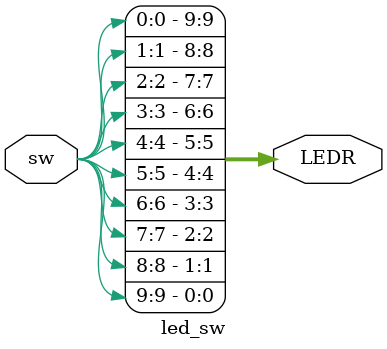
<source format=v>
`timescale 1ns/1ps
module led_sw(
    output [9:0] LEDR,
    input [9:0] sw
);

assign LEDR[0] = sw[9];
assign LEDR[1] = sw[8];
assign LEDR[2] = sw[7];
assign LEDR[3] = sw[6];
assign LEDR[4] = sw[5];
assign LEDR[5] = sw[4];
assign LEDR[6] = sw[3];
assign LEDR[7] = sw[2];
assign LEDR[8] = sw[1];
assign LEDR[9] = sw[0];

endmodule
</source>
